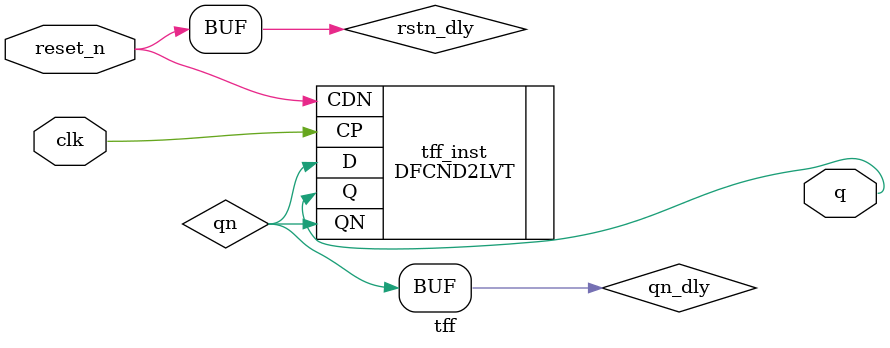
<source format=sv>
`define GATE_IMPL
`timescale 1ns / 10ps

module tff
    (output logic q,  // true output
    input logic clk,          // master clk
    input logic reset_n);     // asynchronous digital reset (active low)

logic qn;

`ifdef GATE_IMPL
logic qn_dly, rstn_dly;
always @(*) qn_dly = #1 qn;
always @(*) rstn_dly = #1 reset_n;
  
  //TP: updated the to 65nm D Flip-flop with Async Clear 
  DFCND2LVT tff_inst(
    .Q(q),
    .QN(qn),
    .D(qn_dly),
    .CDN(rstn_dly),
    .CP(clk));

`else
  always_ff @(posedge clk or negedge reset_n) 
    if (!reset_n)
        q <= 1'b0;
    else 
        q <= ~q; 
`endif

endmodule   

</source>
